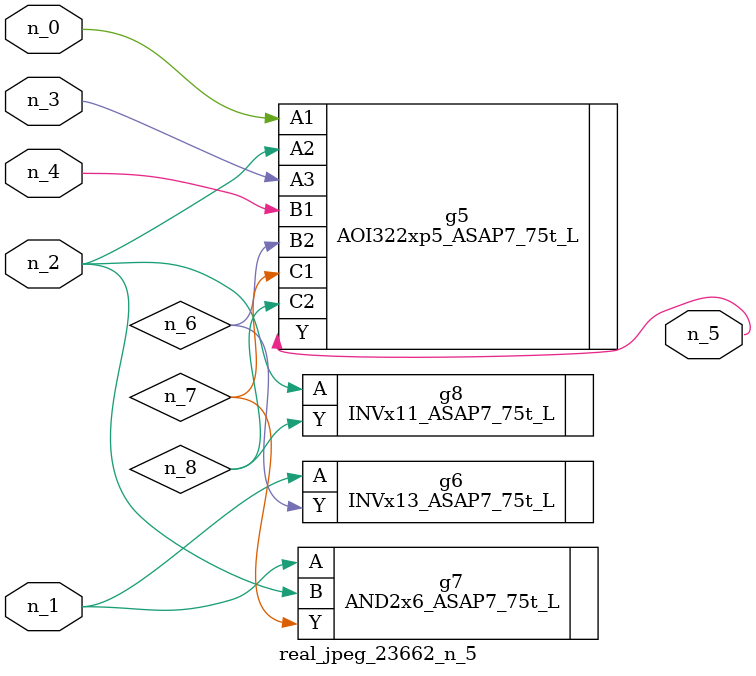
<source format=v>
module real_jpeg_23662_n_5 (n_4, n_0, n_1, n_2, n_3, n_5);

input n_4;
input n_0;
input n_1;
input n_2;
input n_3;

output n_5;

wire n_8;
wire n_6;
wire n_7;

AOI322xp5_ASAP7_75t_L g5 ( 
.A1(n_0),
.A2(n_2),
.A3(n_3),
.B1(n_4),
.B2(n_6),
.C1(n_7),
.C2(n_8),
.Y(n_5)
);

INVx13_ASAP7_75t_L g6 ( 
.A(n_1),
.Y(n_6)
);

AND2x6_ASAP7_75t_L g7 ( 
.A(n_1),
.B(n_2),
.Y(n_7)
);

INVx11_ASAP7_75t_L g8 ( 
.A(n_2),
.Y(n_8)
);


endmodule
</source>
